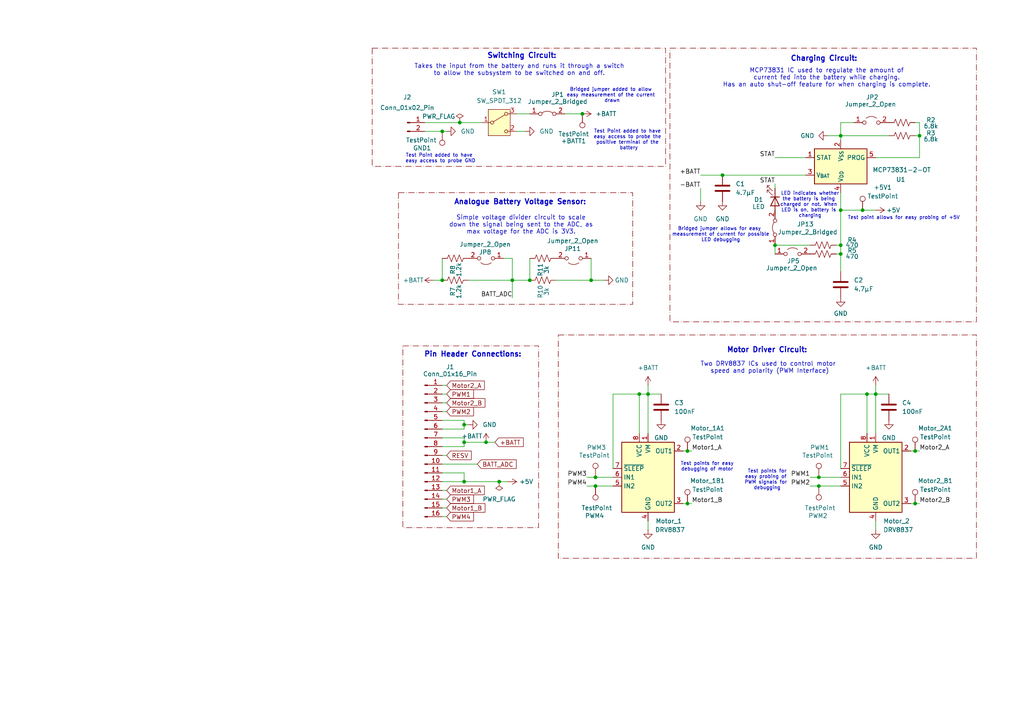
<source format=kicad_sch>
(kicad_sch (version 20231120) (generator "eeschema") (generator_version "8.0")
  (paper "A4")
  (title_block (title "Micro Mouse Power Subsystem") (date "2024-03-17") (rev "3") (company "University of Cape Town") (comment 1 "3088F Design Principles") (comment 2 "PCB Assignment") (comment 3 "Abdul-Mateen Kader") (comment 4 "KDRABD004"))
  (lib_symbols
    (symbol "Battery_Management:MCP73831-2-OT"
      (property "Reference" "U" (at -7.62 6.35 0))
      (property "Value" "MCP73831-2-OT" (at 1.27 6.35 0))
      (symbol "MCP73831-2-OT_0_1"
        (rectangle (start -7.62 5.08) (end 7.62 -5.08) (stroke (width 0.254)) (fill (type background)))
      )
      (symbol "MCP73831-2-OT_1_1"
        (pin tri_state line (at 10.16 -2.54 180) (length 2.54) (name "STAT") (number "1"))
        (pin power_in line (at 0 -7.62 90) (length 2.54) (name "V_{SS}") (number "2"))
        (pin power_out line (at 10.16 2.54 180) (length 2.54) (name "V_{BAT}") (number "3"))
        (pin power_in line (at 0 7.62 270) (length 2.54) (name "V_{DD}") (number "4"))
        (pin input line (at -10.16 -2.54 0) (length 2.54) (name "PROG") (number "5"))
      )
    )
    (symbol "Connector:Conn_01x02_Pin" (pin_names (offset 1.016) hide)
      (property "Reference" "J" (at 0 2.54 0))
      (property "Value" "Conn_01x02_Pin" (at 0 -5.08 0))
      (symbol "Conn_01x02_Pin_1_1"
        (polyline (pts (xy 1.27 -2.54) (xy 0.8636 -2.54)) (stroke (width 0.1524)))
        (polyline (pts (xy 1.27 0) (xy 0.8636 0)) (stroke (width 0.1524)))
        (rectangle (start 0.8636 -2.413) (end 0 -2.667) (stroke (width 0.1524)) (fill (type outline)))
        (rectangle (start 0.8636 0.127) (end 0 -0.127) (stroke (width 0.1524)) (fill (type outline)))
        (pin passive line (at 5.08 0 180) (length 3.81) (name "Pin_1") (number "1"))
        (pin passive line (at 5.08 -2.54 180) (length 3.81) (name "Pin_2") (number "2"))
      )
    )
    (symbol "Connector:Conn_01x16_Pin" (pin_names (offset 1.016) hide)
      (property "Reference" "J" (at 0 20.32 0))
      (property "Value" "Conn_01x16_Pin" (at 0 -22.86 0))
      (symbol "Conn_01x16_Pin_1_1"
        (polyline (pts (xy 1.27 -20.32) (xy 0.8636 -20.32)) (stroke (width 0.1524)))
        (polyline (pts (xy 1.27 -17.78) (xy 0.8636 -17.78)) (stroke (width 0.1524)))
        (polyline (pts (xy 1.27 -15.24) (xy 0.8636 -15.24)) (stroke (width 0.1524)))
        (polyline (pts (xy 1.27 -12.7) (xy 0.8636 -12.7)) (stroke (width 0.1524)))
        (polyline (pts (xy 1.27 -10.16) (xy 0.8636 -10.16)) (stroke (width 0.1524)))
        (polyline (pts (xy 1.27 -7.62) (xy 0.8636 -7.62)) (stroke (width 0.1524)))
        (polyline (pts (xy 1.27 -5.08) (xy 0.8636 -5.08)) (stroke (width 0.1524)))
        (polyline (pts (xy 1.27 -2.54) (xy 0.8636 -2.54)) (stroke (width 0.1524)))
        (polyline (pts (xy 1.27 0) (xy 0.8636 0)) (stroke (width 0.1524)))
        (polyline (pts (xy 1.27 2.54) (xy 0.8636 2.54)) (stroke (width 0.1524)))
        (polyline (pts (xy 1.27 5.08) (xy 0.8636 5.08)) (stroke (width 0.1524)))
        (polyline (pts (xy 1.27 7.62) (xy 0.8636 7.62)) (stroke (width 0.1524)))
        (polyline (pts (xy 1.27 10.16) (xy 0.8636 10.16)) (stroke (width 0.1524)))
        (polyline (pts (xy 1.27 12.7) (xy 0.8636 12.7)) (stroke (width 0.1524)))
        (polyline (pts (xy 1.27 15.24) (xy 0.8636 15.24)) (stroke (width 0.1524)))
        (polyline (pts (xy 1.27 17.78) (xy 0.8636 17.78)) (stroke (width 0.1524)))
        (rectangle (start 0.8636 -20.193) (end 0 -20.447) (stroke (width 0.1524)) (fill (type outline)))
        (rectangle (start 0.8636 -17.653) (end 0 -17.907) (stroke (width 0.1524)) (fill (type outline)))
        (rectangle (start 0.8636 -15.113) (end 0 -15.367) (stroke (width 0.1524)) (fill (type outline)))
        (rectangle (start 0.8636 -12.573) (end 0 -12.827) (stroke (width 0.1524)) (fill (type outline)))
        (rectangle (start 0.8636 -10.033) (end 0 -10.287) (stroke (width 0.1524)) (fill (type outline)))
        (rectangle (start 0.8636 -7.493) (end 0 -7.747) (stroke (width 0.1524)) (fill (type outline)))
        (rectangle (start 0.8636 -4.953) (end 0 -5.207) (stroke (width 0.1524)) (fill (type outline)))
        (rectangle (start 0.8636 -2.413) (end 0 -2.667) (stroke (width 0.1524)) (fill (type outline)))
        (rectangle (start 0.8636 0.127) (end 0 -0.127) (stroke (width 0.1524)) (fill (type outline)))
        (rectangle (start 0.8636 2.667) (end 0 2.413) (stroke (width 0.1524)) (fill (type outline)))
        (rectangle (start 0.8636 5.207) (end 0 4.953) (stroke (width 0.1524)) (fill (type outline)))
        (rectangle (start 0.8636 7.747) (end 0 7.493) (stroke (width 0.1524)) (fill (type outline)))
        (rectangle (start 0.8636 10.287) (end 0 10.033) (stroke (width 0.1524)) (fill (type outline)))
        (rectangle (start 0.8636 12.827) (end 0 12.573) (stroke (width 0.1524)) (fill (type outline)))
        (rectangle (start 0.8636 15.367) (end 0 15.113) (stroke (width 0.1524)) (fill (type outline)))
        (rectangle (start 0.8636 17.907) (end 0 17.653) (stroke (width 0.1524)) (fill (type outline)))
        (pin passive line (at 5.08 17.78 180) (length 3.81) (name "Pin_1") (number "1"))
        (pin passive line (at 5.08 -5.08 180) (length 3.81) (name "Pin_10") (number "10"))
        (pin passive line (at 5.08 -7.62 180) (length 3.81) (name "Pin_11") (number "11"))
        (pin passive line (at 5.08 -10.16 180) (length 3.81) (name "Pin_12") (number "12"))
        (pin passive line (at 5.08 -12.7 180) (length 3.81) (name "Pin_13") (number "13"))
        (pin passive line (at 5.08 -15.24 180) (length 3.81) (name "Pin_14") (number "14"))
        (pin passive line (at 5.08 -17.78 180) (length 3.81) (name "Pin_15") (number "15"))
        (pin passive line (at 5.08 -20.32 180) (length 3.81) (name "Pin_16") (number "16"))
        (pin passive line (at 5.08 15.24 180) (length 3.81) (name "Pin_2") (number "2"))
        (pin passive line (at 5.08 12.7 180) (length 3.81) (name "Pin_3") (number "3"))
        (pin passive line (at 5.08 10.16 180) (length 3.81) (name "Pin_4") (number "4"))
        (pin passive line (at 5.08 7.62 180) (length 3.81) (name "Pin_5") (number "5"))
        (pin passive line (at 5.08 5.08 180) (length 3.81) (name "Pin_6") (number "6"))
        (pin passive line (at 5.08 2.54 180) (length 3.81) (name "Pin_7") (number "7"))
        (pin passive line (at 5.08 0 180) (length 3.81) (name "Pin_8") (number "8"))
        (pin passive line (at 5.08 -2.54 180) (length 3.81) (name "Pin_9") (number "9"))
      )
    )
    (symbol "Connector:TestPoint" (pin_numbers hide) (pin_names (offset 0.762) hide)
      (property "Reference" "TP" (at 0 6.858 0))
      (property "Value" "TestPoint" (at 0 5.08 0))
      (symbol "TestPoint_0_1"
        (circle (center 0 3.302) (radius 0.762))
      )
      (symbol "TestPoint_1_1"
        (pin passive line (at 0 0 90) (length 2.54) (name "1") (number "1"))
      )
    )
    (symbol "Device:C" (pin_numbers hide) (pin_names (offset 0.254))
      (property "Reference" "C" (at 0.635 2.54 0))
      (property "Value" "C" (at 0.635 -2.54 0))
      (symbol "C_0_1"
        (polyline (pts (xy -2.032 -0.762) (xy 2.032 -0.762)) (stroke (width 0.508)))
        (polyline (pts (xy -2.032 0.762) (xy 2.032 0.762)) (stroke (width 0.508)))
      )
      (symbol "C_1_1"
        (pin passive line (at 0 3.81 270) (length 2.794) (name "~") (number "1"))
        (pin passive line (at 0 -3.81 90) (length 2.794) (name "~") (number "2"))
      )
    )
    (symbol "Device:LED" (pin_numbers hide) (pin_names (offset 1.016) hide)
      (property "Reference" "D" (at 0 2.54 0))
      (property "Value" "LED" (at 0 -2.54 0))
      (symbol "LED_0_1"
        (polyline (pts (xy -1.27 -1.27) (xy -1.27 1.27)) (stroke (width 0.254)))
        (polyline (pts (xy -1.27 0) (xy 1.27 0)))
        (polyline (pts (xy 1.27 -1.27) (xy 1.27 1.27) (xy -1.27 0) (xy 1.27 -1.27)) (stroke (width 0.254)))
        (polyline (pts (xy -3.048 -0.762) (xy -4.572 -2.286) (xy -3.81 -2.286) (xy -4.572 -2.286) (xy -4.572 -1.524)))
        (polyline (pts (xy -1.778 -0.762) (xy -3.302 -2.286) (xy -2.54 -2.286) (xy -3.302 -2.286) (xy -3.302 -1.524)))
      )
      (symbol "LED_1_1"
        (pin passive line (at -3.81 0 0) (length 2.54) (name "K") (number "1"))
        (pin passive line (at 3.81 0 180) (length 2.54) (name "A") (number "2"))
      )
    )
    (symbol "Device:R_US" (pin_numbers hide) (pin_names (offset 0))
      (property "Reference" "R" (at 2.54 0 90))
      (property "Value" "R_US" (at -2.54 0 90))
      (symbol "R_US_0_1"
        (polyline (pts (xy 0 -2.286) (xy 0 -2.54)))
        (polyline (pts (xy 0 2.286) (xy 0 2.54)))
        (polyline (pts (xy 0 -0.762) (xy 1.016 -1.143) (xy 0 -1.524) (xy -1.016 -1.905) (xy 0 -2.286)))
        (polyline (pts (xy 0 0.762) (xy 1.016 0.381) (xy 0 0) (xy -1.016 -0.381) (xy 0 -0.762)))
        (polyline (pts (xy 0 2.286) (xy 1.016 1.905) (xy 0 1.524) (xy -1.016 1.143) (xy 0 0.762)))
      )
      (symbol "R_US_1_1"
        (pin passive line (at 0 3.81 270) (length 1.27) (name "~") (number "1"))
        (pin passive line (at 0 -3.81 90) (length 1.27) (name "~") (number "2"))
      )
    )
    (symbol "Driver_Motor:DRV8837"
      (property "Reference" "U" (at 6.35 11.43 0))
      (property "Value" "DRV8837" (at -10.16 11.43 0))
      (symbol "DRV8837_0_1"
        (rectangle (start -7.62 10.16) (end 7.62 -10.16) (stroke (width 0.254)) (fill (type background)))
      )
      (symbol "DRV8837_1_1"
        (pin power_in line (at 0 12.7 270) (length 2.54) (name "VM") (number "1"))
        (pin output line (at 10.16 7.62 180) (length 2.54) (name "OUT1") (number "2"))
        (pin output line (at 10.16 -7.62 180) (length 2.54) (name "OUT2") (number "3"))
        (pin power_in line (at 0 -12.7 90) (length 2.54) (name "GND") (number "4"))
        (pin input line (at -10.16 -2.54 0) (length 2.54) (name "IN2") (number "5"))
        (pin input line (at -10.16 0 0) (length 2.54) (name "IN1") (number "6"))
        (pin input line (at -10.16 2.54 0) (length 2.54) (name "~{SLEEP}") (number "7"))
        (pin power_in line (at -2.54 12.7 270) (length 2.54) (name "VCC") (number "8"))
        (pin passive line (at 0 -12.7 90) (length 2.54) hide (name "GND") (number "9"))
      )
    )
    (symbol "Jumper:Jumper_2_Bridged" (pin_names (offset 0) hide)
      (property "Reference" "JP" (at 0 1.905 0))
      (property "Value" "Jumper_2_Bridged" (at 0 -2.54 0))
      (symbol "Jumper_2_Bridged_0_0"
        (circle (center -2.032 0) (radius 0.508))
        (circle (center 2.032 0) (radius 0.508))
      )
      (symbol "Jumper_2_Bridged_0_1"
        (arc (start 1.524 0.254) (mid 0 0.762) (end -1.524 0.254))
      )
      (symbol "Jumper_2_Bridged_1_1"
        (pin passive line (at -5.08 0 0) (length 2.54) (name "A") (number "1"))
        (pin passive line (at 5.08 0 180) (length 2.54) (name "B") (number "2"))
      )
    )
    (symbol "Jumper:Jumper_2_Open" (pin_names (offset 0) hide)
      (property "Reference" "JP" (at 0 2.794 0))
      (property "Value" "Jumper_2_Open" (at 0 -2.286 0))
      (symbol "Jumper_2_Open_0_0"
        (circle (center -2.032 0) (radius 0.508))
        (circle (center 2.032 0) (radius 0.508))
      )
      (symbol "Jumper_2_Open_0_1"
        (arc (start 1.524 1.27) (mid 0 1.778) (end -1.524 1.27))
      )
      (symbol "Jumper_2_Open_1_1"
        (pin passive line (at -5.08 0 0) (length 2.54) (name "A") (number "1"))
        (pin passive line (at 5.08 0 180) (length 2.54) (name "B") (number "2"))
      )
    )
    (symbol "Switch:SW_SPDT_312" (pin_names (offset 1) hide)
      (property "Reference" "SW" (at 0 5.08 0))
      (property "Value" "SW_SPDT_312" (at 0 -5.08 0))
      (symbol "SW_SPDT_312_0_1"
        (circle (center -2.032 0) (radius 0.4572))
        (polyline (pts (xy -1.651 0.254) (xy 1.651 2.286)))
        (circle (center 2.032 -2.54) (radius 0.4572))
        (circle (center 2.032 2.54) (radius 0.4572))
      )
      (symbol "SW_SPDT_312_1_1"
        (rectangle (start -3.175 3.81) (end 3.175 -3.81) (fill (type background)))
        (pin passive line (at -5.08 0 0) (length 2.54) (name "B") (number "1"))
        (pin passive line (at 5.08 -2.54 180) (length 2.54) (name "C") (number "2"))
        (pin passive line (at 5.08 2.54 180) (length 2.54) (name "A") (number "3"))
      )
    )
    (symbol "power:+5V" (power) (pin_numbers hide) (pin_names (offset 0) hide)
      (property "Value" "+5V" (at 0 3.556 0))
      (symbol "+5V_0_1"
        (polyline (pts (xy -0.762 1.27) (xy 0 2.54)))
        (polyline (pts (xy 0 0) (xy 0 2.54)))
        (polyline (pts (xy 0 2.54) (xy 0.762 1.27)))
      )
      (symbol "+5V_1_1"
        (pin power_in line (at 0 0 90) (length 0) (name "~") (number "1"))
      )
    )
    (symbol "power:+BATT" (power) (pin_numbers hide) (pin_names (offset 0) hide)
      (property "Value" "+BATT" (at 0 3.556 0))
      (symbol "+BATT_0_1"
        (polyline (pts (xy -0.762 1.27) (xy 0 2.54)))
        (polyline (pts (xy 0 0) (xy 0 2.54)))
        (polyline (pts (xy 0 2.54) (xy 0.762 1.27)))
      )
      (symbol "+BATT_1_1"
        (pin power_in line (at 0 0 90) (length 0) (name "~") (number "1"))
      )
    )
    (symbol "power:GND" (power) (pin_numbers hide) (pin_names (offset 0) hide)
      (property "Value" "GND" (at 0 -3.81 0))
      (symbol "GND_0_1"
        (polyline (pts (xy 0 0) (xy 0 -1.27) (xy 1.27 -1.27) (xy 0 -2.54) (xy -1.27 -1.27) (xy 0 -1.27)))
      )
      (symbol "GND_1_1"
        (pin power_in line (at 0 0 270) (length 0) (name "~") (number "1"))
      )
    )
    (symbol "power:PWR_FLAG" (power) (pin_numbers hide) (pin_names (offset 0) hide)
      (property "Value" "PWR_FLAG" (at 0 3.81 0))
      (symbol "PWR_FLAG_0_0"
        (pin power_out line (at 0 0 90) (length 0) (name "~") (number "1"))
      )
      (symbol "PWR_FLAG_0_1"
        (polyline (pts (xy 0 0) (xy 0 1.27) (xy -1.016 1.905) (xy 0 2.54) (xy 1.016 1.905) (xy 0 1.27)))
      )
    )
  )
  (junction (at 140.97 128.27))
  (junction (at 209.55 50.8))
  (junction (at 153.67 81.28))
  (junction (at 199.39 130.81))
  (junction (at 128.27 81.28))
  (junction (at 133.35 35.56))
  (junction (at 172.72 140.97))
  (junction (at 243.84 73.66))
  (junction (at 254 114.3))
  (junction (at 128.27 38.1))
  (junction (at 237.49 140.97))
  (junction (at 134.62 139.7))
  (junction (at 168.91 33.02))
  (junction (at 266.7 39.37))
  (junction (at 144.78 139.7))
  (junction (at 243.84 71.12))
  (junction (at 250.19 60.96))
  (junction (at 265.43 146.05))
  (junction (at 134.62 128.27))
  (junction (at 172.72 138.43))
  (junction (at 251.46 114.3))
  (junction (at 224.79 71.12))
  (junction (at 199.39 146.05))
  (junction (at 243.84 60.96))
  (junction (at 265.43 130.81))
  (junction (at 171.45 81.28))
  (junction (at 237.49 138.43))
  (junction (at 243.84 39.37))
  (junction (at 185.42 114.3))
  (junction (at 148.59 81.28))
  (junction (at 187.96 114.3))
  (junction (at 134.62 123.19))
  (wire (pts (xy 134.62 137.16) (xy 134.62 139.7)))
  (wire (pts (xy 224.79 45.72) (xy 233.68 45.72)))
  (wire (pts (xy 163.83 33.02) (xy 168.91 33.02)))
  (wire (pts (xy 129.54 116.84) (xy 128.27 116.84)))
  (wire (pts (xy 243.84 39.37) (xy 243.84 40.64)))
  (wire (pts (xy 177.8 114.3) (xy 185.42 114.3)))
  (wire (pts (xy 134.62 139.7) (xy 144.78 139.7)))
  (wire (pts (xy 250.19 60.96) (xy 254 60.96)))
  (wire (pts (xy 134.62 127) (xy 134.62 128.27)))
  (wire (pts (xy 135.89 123.19) (xy 134.62 123.19)))
  (wire (pts (xy 134.62 128.27) (xy 140.97 128.27)))
  (wire (pts (xy 243.84 114.3) (xy 251.46 114.3)))
  (wire (pts (xy 128.27 38.1) (xy 129.54 38.1)))
  (wire (pts (xy 199.39 130.81) (xy 200.66 130.81)))
  (wire (pts (xy 237.49 138.43) (xy 243.84 138.43)))
  (wire (pts (xy 203.2 50.8) (xy 209.55 50.8)))
  (wire (pts (xy 153.67 81.28) (xy 153.67 74.93)))
  (wire (pts (xy 129.54 111.76) (xy 128.27 111.76)))
  (wire (pts (xy 209.55 50.8) (xy 233.68 50.8)))
  (wire (pts (xy 170.18 138.43) (xy 172.72 138.43)))
  (wire (pts (xy 243.84 55.88) (xy 243.84 60.96)))
  (wire (pts (xy 224.79 60.96) (xy 224.79 62.23)))
  (wire (pts (xy 243.84 39.37) (xy 243.84 35.56)))
  (wire (pts (xy 243.84 73.66) (xy 243.84 78.74)))
  (wire (pts (xy 134.62 128.27) (xy 134.62 129.54)))
  (wire (pts (xy 243.84 71.12) (xy 243.84 73.66)))
  (wire (pts (xy 224.79 71.12) (xy 224.79 73.66)))
  (wire (pts (xy 129.54 144.78) (xy 128.27 144.78)))
  (wire (pts (xy 251.46 114.3) (xy 251.46 125.73)))
  (wire (pts (xy 171.45 81.28) (xy 175.26 81.28)))
  (wire (pts (xy 161.29 81.28) (xy 171.45 81.28)))
  (wire (pts (xy 242.57 71.12) (xy 243.84 71.12)))
  (wire (pts (xy 266.7 39.37) (xy 265.43 39.37)))
  (wire (pts (xy 140.97 128.27) (xy 143.51 128.27)))
  (wire (pts (xy 170.18 140.97) (xy 172.72 140.97)))
  (wire (pts (xy 129.54 147.32) (xy 128.27 147.32)))
  (wire (pts (xy 264.16 130.81) (xy 265.43 130.81)))
  (wire (pts (xy 187.96 151.13) (xy 187.96 153.67)))
  (wire (pts (xy 129.54 132.08) (xy 128.27 132.08)))
  (wire (pts (xy 148.59 81.28) (xy 148.59 74.93)))
  (wire (pts (xy 240.03 39.37) (xy 243.84 39.37)))
  (wire (pts (xy 242.57 73.66) (xy 243.84 73.66)))
  (wire (pts (xy 128.27 121.92) (xy 134.62 121.92)))
  (wire (pts (xy 129.54 142.24) (xy 128.27 142.24)))
  (wire (pts (xy 191.77 114.3) (xy 187.96 114.3)))
  (wire (pts (xy 224.79 54.61) (xy 224.79 53.34)))
  (wire (pts (xy 243.84 35.56) (xy 247.65 35.56)))
  (wire (pts (xy 152.4 38.1) (xy 149.86 38.1)))
  (wire (pts (xy 128.27 139.7) (xy 134.62 139.7)))
  (wire (pts (xy 234.95 140.97) (xy 237.49 140.97)))
  (wire (pts (xy 254 114.3) (xy 257.81 114.3)))
  (wire (pts (xy 147.32 139.7) (xy 144.78 139.7)))
  (wire (pts (xy 128.27 137.16) (xy 134.62 137.16)))
  (wire (pts (xy 177.8 135.89) (xy 177.8 114.3)))
  (wire (pts (xy 199.39 146.05) (xy 200.66 146.05)))
  (wire (pts (xy 129.54 119.38) (xy 128.27 119.38)))
  (wire (pts (xy 128.27 124.46) (xy 134.62 124.46)))
  (wire (pts (xy 129.54 114.3) (xy 128.27 114.3)))
  (wire (pts (xy 254 111.76) (xy 254 114.3)))
  (wire (pts (xy 254 151.13) (xy 254 153.67)))
  (wire (pts (xy 265.43 146.05) (xy 266.7 146.05)))
  (wire (pts (xy 237.49 140.97) (xy 243.84 140.97)))
  (wire (pts (xy 224.79 71.12) (xy 234.95 71.12)))
  (wire (pts (xy 243.84 60.96) (xy 243.84 71.12)))
  (wire (pts (xy 135.89 81.28) (xy 148.59 81.28)))
  (wire (pts (xy 172.72 138.43) (xy 177.8 138.43)))
  (wire (pts (xy 198.12 146.05) (xy 199.39 146.05)))
  (wire (pts (xy 203.2 54.61) (xy 203.2 58.42)))
  (wire (pts (xy 251.46 114.3) (xy 254 114.3)))
  (wire (pts (xy 148.59 81.28) (xy 148.59 86.36)))
  (wire (pts (xy 128.27 134.62) (xy 138.43 134.62)))
  (wire (pts (xy 264.16 146.05) (xy 265.43 146.05)))
  (wire (pts (xy 234.95 138.43) (xy 237.49 138.43)))
  (wire (pts (xy 123.19 38.1) (xy 128.27 38.1)))
  (wire (pts (xy 266.7 45.72) (xy 254 45.72)))
  (wire (pts (xy 149.86 33.02) (xy 153.67 33.02)))
  (wire (pts (xy 133.35 35.56) (xy 139.7 35.56)))
  (wire (pts (xy 243.84 114.3) (xy 243.84 135.89)))
  (wire (pts (xy 187.96 114.3) (xy 187.96 125.73)))
  (wire (pts (xy 172.72 140.97) (xy 177.8 140.97)))
  (wire (pts (xy 129.54 149.86) (xy 128.27 149.86)))
  (wire (pts (xy 171.45 81.28) (xy 171.45 74.93)))
  (wire (pts (xy 266.7 39.37) (xy 266.7 35.56)))
  (wire (pts (xy 243.84 60.96) (xy 250.19 60.96)))
  (wire (pts (xy 187.96 111.76) (xy 187.96 114.3)))
  (wire (pts (xy 185.42 114.3) (xy 187.96 114.3)))
  (wire (pts (xy 134.62 123.19) (xy 134.62 124.46)))
  (wire (pts (xy 266.7 39.37) (xy 266.7 45.72)))
  (wire (pts (xy 254 114.3) (xy 254 125.73)))
  (wire (pts (xy 185.42 114.3) (xy 185.42 125.73)))
  (wire (pts (xy 134.62 121.92) (xy 134.62 123.19)))
  (wire (pts (xy 265.43 35.56) (xy 266.7 35.56)))
  (wire (pts (xy 148.59 81.28) (xy 153.67 81.28)))
  (wire (pts (xy 243.84 39.37) (xy 257.81 39.37)))
  (wire (pts (xy 123.19 35.56) (xy 133.35 35.56)))
  (wire (pts (xy 128.27 129.54) (xy 134.62 129.54)))
  (wire (pts (xy 198.12 130.81) (xy 199.39 130.81)))
  (wire (pts (xy 128.27 127) (xy 134.62 127)))
  (wire (pts (xy 128.27 81.28) (xy 128.27 74.93)))
  (wire (pts (xy 265.43 130.81) (xy 266.7 130.81)))
  (wire (pts (xy 146.05 74.93) (xy 148.59 74.93)))
  (wire (pts (xy 125.73 81.28) (xy 128.27 81.28)))
  (rectangle (start 194.31 13.97) (end 283.21 93.345) (stroke (width 0) (type dash_dot) (color 132 0 0 1)))
  (rectangle (start 161.925 97.155) (end 283.21 161.925) (stroke (width 0) (type dash_dot) (color 132 0 0 1)))
  (rectangle (start 115.57 55.88) (end 183.515 88.265) (stroke (width 0) (type dash_dot) (color 132 0 0 1)))
  (rectangle (start 116.84 100.33) (end 156.21 153.035) (stroke (width 0) (type dash_dot) (color 132 0 0 1)))
  (rectangle (start 107.95 13.97) (end 193.04 48.26) (stroke (width 0) (type dash_dot) (color 132 0 0 1)))
  (text "LED indicates whether\nthe battery is being \ncharged or not. When \nLED is on, battery is \ncharging" (at 234.95 59.436 0) (effects (font (size 1 1))))
  (text "Switching Circuit:\n" (at 151.384 16.256 0) (effects (font (size 1.5 1.5) (thickness 0.3) (bold yes))))
  (text "Motor Driver Circuit:" (at 222.504 101.6 0) (effects (font (size 1.5 1.5) (thickness 0.3) (bold yes))))
  (text "Test Point added to have \neasy access to probe GND\n" (at 127.762 45.974 0) (effects (font (size 1 1))))
  (text "Simple voltage divider circuit to scale\ndown the signal being sent to the ADC, as\nmax voltage for the ADC is 3V3." (at 151.13 65.278 0) (effects (font (size 1.27 1.27))))
  (text "Charging Circuit:\n\n" (at 239.014 18.288 0) (effects (font (size 1.5 1.5) (thickness 0.3) (bold yes))))
  (text "Two DRV8837 ICs used to control motor \nspeed and polarity (PWM Interface)" (at 223.266 106.68 0) (effects (font (size 1.27 1.27))))
  (text "Pin Header Connections:\n" (at 137.16 102.87 0) (effects (font (size 1.5 1.5) (thickness 0.3) (bold yes))))
  (text "Bridged jumper allows for easy \nmeasurement of current for possible\nLED debugging\n" (at 209.042 68.072 0) (effects (font (size 1 1))))
  (text "Test points for easy \ndebugging of motor " (at 205.486 135.382 0) (effects (font (size 1 1))))
  (text "Test points for\neasy probing of \nPWM signals for \ndebugging\n" (at 222.504 139.192 0) (effects (font (size 1 1))))
  (text "MCP73831 IC used to regulate the amount of\ncurrent fed into the battery while charging.\nHas an auto shut-off feature for when charging is complete.\n" (at 239.776 22.606 0) (effects (font (size 1.27 1.27))))
  (text "Takes the input from the battery and runs it through a switch\nto allow the subsystem to be switched on and off.\n" (at 150.622 20.32 0) (effects (font (size 1.27 1.27))))
  (text "Analogue Battery Voltage Sensor:\n" (at 150.876 58.674 0) (effects (font (size 1.5 1.5) (thickness 0.3) (bold yes))))
  (text "Test Point added to have \neasy access to probe the \npositive terminal of the \nbattery\n\n" (at 182.372 41.402 0) (effects (font (size 1 1))))
  (text "Test point allows for easy probing of +5V\n" (at 262.128 63.246 0) (effects (font (size 1 1))))
  (text "Bridged jumper added to allow \neasy measurement of the current \ndrawn\n" (at 177.546 27.686 0) (effects (font (size 1 1))))
  (label "Motor1_B" (at 200.66 146.05 0))
  (label "-BATT" (at 203.2 54.61 180))
  (label "BATT_ADC" (at 148.59 86.36 180))
  (label "+BATT" (at 203.2 50.8 180))
  (label "Motor2_A" (at 266.7 130.81 0))
  (label "STAT" (at 224.79 45.72 180))
  (label "Motor1_A" (at 200.66 130.81 0))
  (label "PWM3" (at 170.18 138.43 180))
  (label "PWM4" (at 170.18 140.97 180))
  (label "PWM1" (at 234.95 138.43 180))
  (label "Motor2_B" (at 266.7 146.05 0))
  (label "STAT" (at 224.79 53.34 180))
  (label "PWM2" (at 234.95 140.97 180))
  (global_label "Motor1_A" (shape input) (at 129.54 142.24 0) (property "Intersheetrefs" "${INTERSHEET_REFS}" (effects (hide yes))))
  (global_label "RESV" (shape input) (at 129.54 132.08 0) (property "Intersheetrefs" "${INTERSHEET_REFS}" (effects (hide yes))))
  (global_label "Motor2_B" (shape input) (at 129.54 116.84 0) (property "Intersheetrefs" "${INTERSHEET_REFS}" (effects (hide yes))))
  (global_label "Motor1_B" (shape input) (at 129.54 147.32 0) (property "Intersheetrefs" "${INTERSHEET_REFS}" (effects (hide yes))))
  (global_label "PWM1" (shape input) (at 129.54 114.3 0) (property "Intersheetrefs" "${INTERSHEET_REFS}" (effects (hide yes))))
  (global_label "PWM4" (shape input) (at 129.54 149.86 0) (property "Intersheetrefs" "${INTERSHEET_REFS}" (effects (hide yes))))
  (global_label "PWM3" (shape input) (at 129.54 144.78 0) (property "Intersheetrefs" "${INTERSHEET_REFS}" (effects (hide yes))))
  (global_label "BATT_ADC" (shape input) (at 138.43 134.62 0) (property "Intersheetrefs" "${INTERSHEET_REFS}" (effects (hide yes))))
  (global_label "PWM2" (shape input) (at 129.54 119.38 0) (property "Intersheetrefs" "${INTERSHEET_REFS}" (effects (hide yes))))
  (global_label "Motor2_A" (shape input) (at 129.54 111.76 0) (property "Intersheetrefs" "${INTERSHEET_REFS}" (effects (hide yes))))
  (global_label "+BATT" (shape input) (at 143.51 128.27 0) (property "Intersheetrefs" "${INTERSHEET_REFS}" (effects (hide yes))))
  (symbol (lib_id "Device:R_US") (at 238.76 73.66 90) (unit 1)
    (property "Reference" "R5" (at 247.142 72.644 90))
    (property "Value" "470" (at 247.142 74.422 90))
    (property "Footprint" "Resistor_SMD:R_0402_1005Metric" (effects (hide yes)))
    (property "Description" "Resistor, US symbol" (effects (hide yes)))
    (property "LCSC" "C25117" (effects (hide yes)))
  )
  (symbol (lib_id "Connector:TestPoint") (at 172.72 140.97 180) (unit 1)
    (property "Reference" "PWM4" (at 175.26 149.606 0) (effects (justify left)))
    (property "Value" "TestPoint" (at 177.546 147.32 0) (effects (justify left)))
    (property "Footprint" "TestPoint:TestPoint_Keystone_5019_Minature" (effects (hide yes)))
    (property "Description" "test point" (effects (hide yes)))
  )
  (symbol (lib_id "Driver_Motor:DRV8837") (at 187.96 138.43 0) (unit 1)
    (property "Reference" "Motor_1" (at 190.1541 151.13 0) (effects (justify left)))
    (property "Value" "DRV8837" (at 189.992 153.67 0) (effects (justify left)))
    (property "Footprint" "Package_SON:WSON-8-1EP_2x2mm_P0.5mm_EP0.9x1.6mm" (effects (hide yes)))
    (property "Datasheet" "http://www.ti.com/lit/ds/symlink/drv8837.pdf" (effects (hide yes)))
    (property "Description" "H-Bridge driver, 1.8A, Low Voltage, PWM input, WSON-8" (effects (hide yes)))
    (property "LCSC" "C191000" (effects (hide yes)))
  )
  (symbol (lib_id "power:+BATT") (at 168.91 33.02 270) (unit 1)
    (property "Reference" "#PWR06" (effects (hide yes)))
    (property "Value" "+BATT" (at 172.72 33.0199 90) (effects (justify left)))
    (property "Description" "Power symbol creates a global label with name \"+BATT\"" (effects (hide yes)))
  )
  (symbol (lib_id "Connector:Conn_01x16_Pin") (at 123.19 129.54 0) (unit 1)
    (property "Reference" "J1" (at 130.556 106.426 0))
    (property "Value" "Conn_01x16_Pin" (at 130.556 108.458 0))
    (property "Footprint" "Connector_PinHeader_2.54mm:PinHeader_2x08_P2.54mm_Vertical" (effects (hide yes)))
    (property "Description" "Generic connector, single row, 01x16, script generated" (effects (hide yes)))
  )
  (symbol (lib_id "Device:C") (at 191.77 118.11 0) (unit 1)
    (property "Reference" "C3" (at 195.58 116.8399 0) (effects (justify left)))
    (property "Value" "100nF" (at 195.58 119.3799 0) (effects (justify left)))
    (property "Footprint" "Capacitor_SMD:C_0402_1005Metric" (effects (hide yes)))
    (property "Description" "Unpolarized capacitor" (effects (hide yes)))
    (property "LCSC" "C1525" (effects (hide yes)))
  )
  (symbol (lib_id "Connector:TestPoint") (at 237.49 140.97 180) (unit 1)
    (property "Reference" "PWM2" (at 240.03 149.606 0) (effects (justify left)))
    (property "Value" "TestPoint" (at 242.316 147.32 0) (effects (justify left)))
    (property "Footprint" "TestPoint:TestPoint_Keystone_5019_Minature" (effects (hide yes)))
    (property "Description" "test point" (effects (hide yes)))
  )
  (symbol (lib_id "Connector:TestPoint") (at 199.39 130.81 0) (unit 1)
    (property "Reference" "Motor_1A1" (at 205.232 124.206 0))
    (property "Value" "TestPoint" (at 205.232 126.746 0))
    (property "Footprint" "TestPoint:TestPoint_Keystone_5019_Minature" (effects (hide yes)))
    (property "Description" "test point" (effects (hide yes)))
  )
  (symbol (lib_id "Device:R_US") (at 261.62 35.56 90) (unit 1)
    (property "Reference" "R2" (at 270.002 34.798 90))
    (property "Value" "6.8k" (at 270.002 36.576 90))
    (property "Footprint" "Resistor_SMD:R_0603_1608Metric" (effects (hide yes)))
    (property "Description" "Resistor, US symbol" (effects (hide yes)))
    (property "LCSC" "C23212" (effects (hide yes)))
  )
  (symbol (lib_id "Connector:TestPoint") (at 199.39 146.05 0) (unit 1)
    (property "Reference" "Motor_1B1" (at 205.232 139.446 0))
    (property "Value" "TestPoint" (at 205.232 141.986 0))
    (property "Footprint" "TestPoint:TestPoint_Keystone_5019_Minature" (effects (hide yes)))
    (property "Description" "test point" (effects (hide yes)))
  )
  (symbol (lib_id "Connector:TestPoint") (at 168.91 33.02 180) (unit 1)
    (property "Reference" "+BATT1" (at 166.37 40.894 0))
    (property "Value" "TestPoint" (at 166.37 38.862 0))
    (property "Footprint" "TestPoint:TestPoint_Keystone_5019_Minature" (effects (hide yes)))
    (property "Description" "test point" (effects (hide yes)))
  )
  (symbol (lib_id "power:GND") (at 243.84 86.36 0) (unit 1)
    (property "Reference" "#PWR013" (effects (hide yes)))
    (property "Value" "GND" (at 243.84 90.932 0))
    (property "Description" "Power symbol creates a global label with name \"GND\" , ground" (effects (hide yes)))
  )
  (symbol (lib_id "Connector:TestPoint") (at 172.72 138.43 0) (unit 1)
    (property "Reference" "PWM3" (at 170.18 129.794 0) (effects (justify left)))
    (property "Value" "TestPoint" (at 167.894 132.08 0) (effects (justify left)))
    (property "Footprint" "TestPoint:TestPoint_Keystone_5019_Minature" (effects (hide yes)))
    (property "Description" "test point" (effects (hide yes)))
  )
  (symbol (lib_id "Jumper:Jumper_2_Bridged") (at 158.75 33.02 0) (unit 1)
    (property "Reference" "JP1" (at 163.576 27.432 0) (effects (justify right)))
    (property "Value" "Jumper_2_Bridged" (at 170.434 29.464 0) (effects (justify right)))
    (property "Footprint" "Jumper:SolderJumper-2_P1.3mm_Bridged2Bar_RoundedPad1.0x1.5mm" (effects (hide yes)))
    (property "Description" "Jumper, 2-pole, closed/bridged" (effects (hide yes)))
  )
  (symbol (lib_id "power:GND") (at 187.96 153.67 0) (unit 1)
    (property "Reference" "#PWR01" (effects (hide yes)))
    (property "Value" "GND" (at 187.96 158.75 0))
    (property "Description" "Power symbol creates a global label with name \"GND\" , ground" (effects (hide yes)))
  )
  (symbol (lib_id "Device:R_US") (at 132.08 81.28 270) (unit 1)
    (property "Reference" "R7" (at 131.318 84.582 0))
    (property "Value" "1.2k" (at 133.096 84.582 0))
    (property "Footprint" "Resistor_SMD:R_0603_1608Metric" (effects (hide yes)))
    (property "Description" "Resistor, US symbol" (effects (hide yes)))
    (property "LCSC" "C22765" (effects (hide yes)))
  )
  (symbol (lib_id "power:PWR_FLAG") (at 144.78 139.7 180) (unit 1)
    (property "Reference" "#FLG02" (effects (hide yes)))
    (property "Value" "PWR_FLAG" (at 144.78 144.78 0))
    (property "Description" "Special symbol for telling ERC where power comes from" (effects (hide yes)))
  )
  (symbol (lib_id "Connector:TestPoint") (at 128.27 38.1 180) (unit 1)
    (property "Reference" "GND1" (at 122.428 42.926 0))
    (property "Value" "TestPoint" (at 122.174 40.64 0))
    (property "Footprint" "TestPoint:TestPoint_Keystone_5019_Minature" (effects (hide yes)))
    (property "Description" "test point" (effects (hide yes)))
  )
  (symbol (lib_id "power:GND") (at 152.4 38.1 90) (unit 1)
    (property "Reference" "#PWR019" (effects (hide yes)))
    (property "Value" "GND" (at 156.464 38.1 90) (effects (justify right)))
    (property "Description" "Power symbol creates a global label with name \"GND\" , ground" (effects (hide yes)))
  )
  (symbol (lib_id "Device:LED") (at 224.79 58.42 270) (unit 1)
    (property "Reference" "D1" (at 218.694 57.912 90) (effects (justify left)))
    (property "Value" "LED" (at 218.186 59.944 90) (effects (justify left)))
    (property "Footprint" "LED_SMD:LED_0603_1608Metric" (effects (hide yes)))
    (property "Description" "Light emitting diode" (effects (hide yes)))
    (property "LCSC" "C2286" (effects (hide yes)))
  )
  (symbol (lib_id "Connector:TestPoint") (at 250.19 60.96 0) (unit 1)
    (property "Reference" "+5V1" (at 256.032 54.356 0))
    (property "Value" "TestPoint" (at 256.032 56.896 0))
    (property "Footprint" "TestPoint:TestPoint_Keystone_5019_Minature" (effects (hide yes)))
    (property "Description" "test point" (effects (hide yes)))
  )
  (symbol (lib_id "Connector:TestPoint") (at 265.43 146.05 0) (unit 1)
    (property "Reference" "Motor2_B1" (at 271.272 139.446 0))
    (property "Value" "TestPoint" (at 271.272 141.986 0))
    (property "Footprint" "TestPoint:TestPoint_Keystone_5019_Minature" (effects (hide yes)))
    (property "Description" "test point" (effects (hide yes)))
  )
  (symbol (lib_id "power:+BATT") (at 140.97 128.27 0) (unit 1)
    (property "Reference" "#PWR08" (effects (hide yes)))
    (property "Value" "+BATT" (at 133.858 126.492 0) (effects (justify left)))
    (property "Description" "Power symbol creates a global label with name \"+BATT\"" (effects (hide yes)))
  )
  (symbol (lib_id "Jumper:Jumper_2_Open") (at 252.73 35.56 0) (unit 1)
    (property "Reference" "JP2" (at 252.984 28.194 0))
    (property "Value" "Jumper_2_Open" (at 252.476 30.226 0))
    (property "Footprint" "Jumper:SolderJumper-2_P1.3mm_Open_TrianglePad1.0x1.5mm" (effects (hide yes)))
    (property "Description" "Jumper, 2-pole, open" (effects (hide yes)))
  )
  (symbol (lib_id "power:GND") (at 257.81 121.92 0) (unit 1)
    (property "Reference" "#PWR015" (effects (hide yes)))
    (property "Value" "GND" (at 257.81 127 0))
    (property "Description" "Power symbol creates a global label with name \"GND\" , ground" (effects (hide yes)))
  )
  (symbol (lib_id "Connector:TestPoint") (at 265.43 130.81 0) (unit 1)
    (property "Reference" "Motor_2A1" (at 271.272 124.206 0))
    (property "Value" "TestPoint" (at 271.272 126.746 0))
    (property "Footprint" "TestPoint:TestPoint_Keystone_5019_Minature" (effects (hide yes)))
    (property "Description" "test point" (effects (hide yes)))
  )
  (symbol (lib_id "Jumper:Jumper_2_Open") (at 140.97 74.93 180) (unit 1)
    (property "Reference" "JP8" (at 140.716 73.152 0))
    (property "Value" "Jumper_2_Open" (at 140.716 70.866 0))
    (property "Footprint" "Jumper:SolderJumper-2_P1.3mm_Open_TrianglePad1.0x1.5mm" (effects (hide yes)))
    (property "Description" "Jumper, 2-pole, open" (effects (hide yes)))
  )
  (symbol (lib_id "power:+BATT") (at 187.96 111.76 0) (unit 1)
    (property "Reference" "#PWR04" (effects (hide yes)))
    (property "Value" "+BATT" (at 187.96 106.68 0))
    (property "Description" "Power symbol creates a global label with name \"+BATT\"" (effects (hide yes)))
  )
  (symbol (lib_id "power:+BATT") (at 254 111.76 0) (unit 1)
    (property "Reference" "#PWR05" (effects (hide yes)))
    (property "Value" "+BATT" (at 254 106.68 0))
    (property "Description" "Power symbol creates a global label with name \"+BATT\"" (effects (hide yes)))
  )
  (symbol (lib_id "power:GND") (at 175.26 81.28 90) (unit 1)
    (property "Reference" "#PWR018" (effects (hide yes)))
    (property "Value" "GND" (at 180.34 81.28 90))
    (property "Description" "Power symbol creates a global label with name \"GND\" , ground" (effects (hide yes)))
  )
  (symbol (lib_id "power:PWR_FLAG") (at 133.35 35.56 0) (unit 1)
    (property "Reference" "#FLG01" (effects (hide yes)))
    (property "Value" "PWR_FLAG" (at 127.254 33.782 0))
    (property "Description" "Special symbol for telling ERC where power comes from" (effects (hide yes)))
  )
  (symbol (lib_id "Connector:TestPoint") (at 237.49 138.43 0) (unit 1)
    (property "Reference" "PWM1" (at 234.95 129.794 0) (effects (justify left)))
    (property "Value" "TestPoint" (at 232.664 132.08 0) (effects (justify left)))
    (property "Footprint" "TestPoint:TestPoint_Keystone_5019_Minature" (effects (hide yes)))
    (property "Description" "test point" (effects (hide yes)))
  )
  (symbol (lib_id "Device:R_US") (at 132.08 74.93 270) (unit 1)
    (property "Reference" "R8" (at 131.318 78.232 0))
    (property "Value" "1.2k" (at 133.096 78.232 0))
    (property "Footprint" "Resistor_SMD:R_0603_1608Metric" (effects (hide yes)))
    (property "Description" "Resistor, US symbol" (effects (hide yes)))
    (property "LCSC" "C22765" (effects (hide yes)))
  )
  (symbol (lib_id "Device:R_US") (at 157.48 81.28 270) (unit 1)
    (property "Reference" "R10" (at 156.718 84.582 0))
    (property "Value" "3k" (at 158.496 84.582 0))
    (property "Footprint" "Resistor_SMD:R_0603_1608Metric" (effects (hide yes)))
    (property "Description" "Resistor, US symbol" (effects (hide yes)))
    (property "LCSC" "C4211" (effects (hide yes)))
  )
  (symbol (lib_id "power:GND") (at 254 153.67 0) (unit 1)
    (property "Reference" "#PWR010" (effects (hide yes)))
    (property "Value" "GND" (at 254 158.75 0))
    (property "Description" "Power symbol creates a global label with name \"GND\" , ground" (effects (hide yes)))
  )
  (symbol (lib_id "Jumper:Jumper_2_Open") (at 166.37 74.93 180) (unit 1)
    (property "Reference" "JP11" (at 166.116 72.136 0))
    (property "Value" "Jumper_2_Open" (at 166.116 69.85 0))
    (property "Footprint" "Jumper:SolderJumper-2_P1.3mm_Open_TrianglePad1.0x1.5mm" (effects (hide yes)))
    (property "Description" "Jumper, 2-pole, open" (effects (hide yes)))
  )
  (symbol (lib_id "power:+BATT") (at 125.73 81.28 90) (unit 1)
    (property "Reference" "#PWR014" (effects (hide yes)))
    (property "Value" "+BATT" (at 119.888 81.28 90))
    (property "Description" "Power symbol creates a global label with name \"+BATT\"" (effects (hide yes)))
  )
  (symbol (lib_id "Device:R_US") (at 238.76 71.12 90) (unit 1)
    (property "Reference" "R4" (at 247.142 69.596 90))
    (property "Value" "470" (at 247.142 71.12 90))
    (property "Footprint" "Resistor_SMD:R_0402_1005Metric" (effects (hide yes)))
    (property "Description" "Resistor, US symbol" (effects (hide yes)))
    (property "LCSC" "C25117" (effects (hide yes)))
  )
  (symbol (lib_id "Device:R_US") (at 261.62 39.37 90) (unit 1)
    (property "Reference" "R3" (at 270.002 38.608 90))
    (property "Value" "6.8k" (at 270.002 40.386 90))
    (property "Footprint" "Resistor_SMD:R_0603_1608Metric" (effects (hide yes)))
    (property "Description" "Resistor, US symbol" (effects (hide yes)))
    (property "LCSC" "C23212" (effects (hide yes)))
  )
  (symbol (lib_id "Connector:Conn_01x02_Pin") (at 118.11 35.56 0) (unit 1)
    (property "Reference" "J2" (at 118.11 28.194 0))
    (property "Value" "Conn_01x02_Pin" (at 118.11 31.242 0))
    (property "Footprint" "Connector_JST:JST_PH_S2B-PH-K_1x02_P2.00mm_Horizontal" (effects (hide yes)))
    (property "Description" "Generic connector, single row, 01x02, script generated" (effects (hide yes)))
  )
  (symbol (lib_id "power:GND") (at 129.54 38.1 90) (unit 1)
    (property "Reference" "#PWR017" (effects (hide yes)))
    (property "Value" "GND" (at 133.604 38.1 90) (effects (justify right)))
    (property "Description" "Power symbol creates a global label with name \"GND\" , ground" (effects (hide yes)))
  )
  (symbol (lib_id "Device:C") (at 209.55 54.61 0) (unit 1)
    (property "Reference" "C1" (at 213.36 53.3399 0) (effects (justify left)))
    (property "Value" "4.7µF" (at 213.36 55.8799 0) (effects (justify left)))
    (property "Footprint" "Capacitor_SMD:C_0402_1005Metric" (effects (hide yes)))
    (property "Description" "Unpolarized capacitor" (effects (hide yes)))
    (property "LCSC" "C1538" (effects (hide yes)))
  )
  (symbol (lib_id "power:+5V") (at 147.32 139.7 270) (unit 1)
    (property "Reference" "#PWR03" (effects (hide yes)))
    (property "Value" "+5V" (at 152.654 139.7 90))
    (property "Description" "Power symbol creates a global label with name \"+5V\"" (effects (hide yes)))
  )
  (symbol (lib_id "Device:R_US") (at 157.48 74.93 270) (unit 1)
    (property "Reference" "R11" (at 156.718 78.232 0))
    (property "Value" "3k" (at 158.496 78.232 0))
    (property "Footprint" "Resistor_SMD:R_0603_1608Metric" (effects (hide yes)))
    (property "Description" "Resistor, US symbol" (effects (hide yes)))
    (property "LCSC" "C4211" (effects (hide yes)))
  )
  (symbol (lib_id "power:GND") (at 240.03 39.37 270) (unit 1)
    (property "Reference" "#PWR011" (effects (hide yes)))
    (property "Value" "GND" (at 236.22 39.3699 90) (effects (justify right)))
    (property "Description" "Power symbol creates a global label with name \"GND\" , ground" (effects (hide yes)))
  )
  (symbol (lib_id "power:+5V") (at 254 60.96 270) (unit 1)
    (property "Reference" "#PWR09" (effects (hide yes)))
    (property "Value" "+5V" (at 259.08 60.96 90))
    (property "Description" "Power symbol creates a global label with name \"+5V\"" (effects (hide yes)))
  )
  (symbol (lib_id "Switch:SW_SPDT_312") (at 144.78 35.56 0) (unit 1)
    (property "Reference" "SW1" (at 144.78 26.67 0))
    (property "Value" "SW_SPDT_312" (at 144.78 29.21 0))
    (property "Footprint" "Custom Footprints:SW-TH_SS-12D10L5" (effects (hide yes)))
    (property "Description" "Switch, single pole double throw" (effects (hide yes)))
    (property "LCSC" "C319012" (effects (hide yes)))
  )
  (symbol (lib_id "Jumper:Jumper_2_Bridged") (at 224.79 66.04 90) (unit 1)
    (property "Reference" "JP13" (at 231.14 65.024 90) (effects (justify right)))
    (property "Value" "Jumper_2_Bridged" (at 225.552 67.31 90) (effects (justify right)))
    (property "Footprint" "Jumper:SolderJumper-2_P1.3mm_Bridged2Bar_RoundedPad1.0x1.5mm" (effects (hide yes)))
    (property "Description" "Jumper, 2-pole, closed/bridged" (effects (hide yes)))
  )
  (symbol (lib_id "power:GND") (at 209.55 58.42 0) (unit 1)
    (property "Reference" "#PWR016" (effects (hide yes)))
    (property "Value" "GND" (at 209.55 63.5 0))
    (property "Description" "Power symbol creates a global label with name \"GND\" , ground" (effects (hide yes)))
  )
  (symbol (lib_id "power:GND") (at 135.89 123.19 90) (unit 1)
    (property "Reference" "#PWR07" (effects (hide yes)))
    (property "Value" "GND" (at 139.954 123.19 90) (effects (justify right)))
    (property "Description" "Power symbol creates a global label with name \"GND\" , ground" (effects (hide yes)))
  )
  (symbol (lib_id "Battery_Management:MCP73831-2-OT") (at 243.84 48.26 180) (unit 1)
    (property "Reference" "U1" (at 262.636 52.07 0) (effects (justify left)))
    (property "Value" "MCP73831-2-OT" (at 270.002 49.276 0) (effects (justify left)))
    (property "Footprint" "Package_TO_SOT_SMD:SOT-23-5" (effects (hide yes)))
    (property "Datasheet" "http://ww1.microchip.com/downloads/en/DeviceDoc/20001984g.pdf" (effects (hide yes)))
    (property "Description" "Single cell, Li-Ion/Li-Po charge management controller, 4.20V, Tri-State Status Output, in SOT23-5 package" (effects (hide yes)))
    (property "LCSC" "C424093" (effects (hide yes)))
  )
  (symbol (lib_id "Device:C") (at 243.84 82.55 0) (unit 1)
    (property "Reference" "C2" (at 247.65 81.2799 0) (effects (justify left)))
    (property "Value" "4.7µF" (at 247.65 83.8199 0) (effects (justify left)))
    (property "Footprint" "Capacitor_SMD:C_0402_1005Metric" (effects (hide yes)))
    (property "Description" "Unpolarized capacitor" (effects (hide yes)))
    (property "LCSC" "C1538" (effects (hide yes)))
  )
  (symbol (lib_id "power:GND") (at 191.77 121.92 0) (unit 1)
    (property "Reference" "#PWR02" (effects (hide yes)))
    (property "Value" "GND" (at 191.77 127 0))
    (property "Description" "Power symbol creates a global label with name \"GND\" , ground" (effects (hide yes)))
  )
  (symbol (lib_id "Driver_Motor:DRV8837") (at 254 138.43 0) (unit 1)
    (property "Reference" "Motor_2" (at 256.1941 151.13 0) (effects (justify left)))
    (property "Value" "DRV8837" (at 256.1941 153.67 0) (effects (justify left)))
    (property "Footprint" "Package_SON:WSON-8-1EP_2x2mm_P0.5mm_EP0.9x1.6mm" (effects (hide yes)))
    (property "Datasheet" "http://www.ti.com/lit/ds/symlink/drv8837.pdf" (effects (hide yes)))
    (property "Description" "H-Bridge driver, 1.8A, Low Voltage, PWM input, WSON-8" (effects (hide yes)))
    (property "LCSC" "C191000" (effects (hide yes)))
  )
  (symbol (lib_id "power:GND") (at 203.2 58.42 0) (unit 1)
    (property "Reference" "#PWR012" (effects (hide yes)))
    (property "Value" "GND" (at 203.2 63.5 0))
    (property "Description" "Power symbol creates a global label with name \"GND\" , ground" (effects (hide yes)))
  )
  (symbol (lib_id "Device:C") (at 257.81 118.11 0) (unit 1)
    (property "Reference" "C4" (at 261.62 116.8399 0) (effects (justify left)))
    (property "Value" "100nF" (at 261.62 119.3799 0) (effects (justify left)))
    (property "Footprint" "Capacitor_SMD:C_0402_1005Metric" (effects (hide yes)))
    (property "Description" "Unpolarized capacitor" (effects (hide yes)))
    (property "LCSC" "C1525" (effects (hide yes)))
  )
  (symbol (lib_id "Jumper:Jumper_2_Open") (at 229.87 73.66 0) (unit 1)
    (property "Reference" "JP5" (at 230.124 75.692 0))
    (property "Value" "Jumper_2_Open" (at 229.616 77.724 0))
    (property "Footprint" "Jumper:SolderJumper-2_P1.3mm_Open_TrianglePad1.0x1.5mm" (effects (hide yes)))
    (property "Description" "Jumper, 2-pole, open" (effects (hide yes)))
  )
)
</source>
